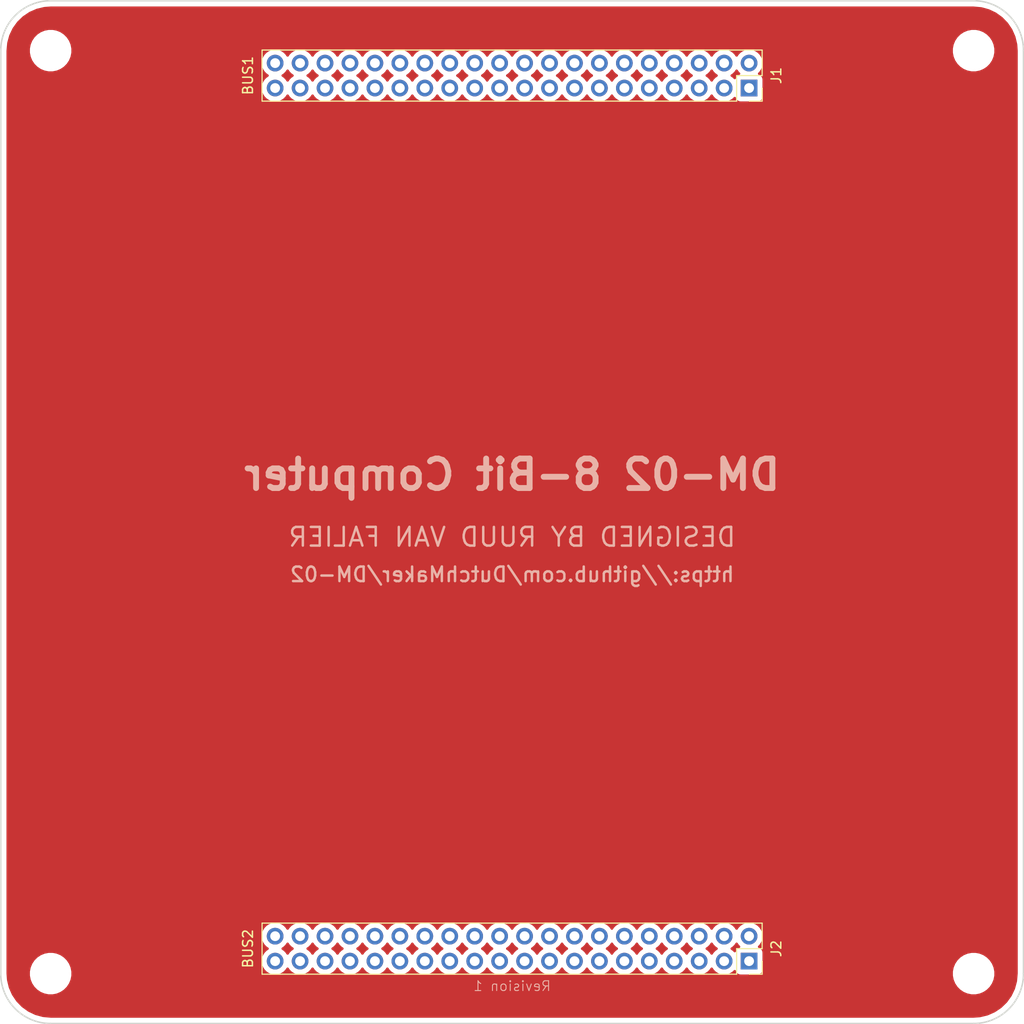
<source format=kicad_pcb>
(kicad_pcb (version 20171130) (host pcbnew "(5.1.5-0-10_14)")

  (general
    (thickness 1.6)
    (drawings 12)
    (tracks 0)
    (zones 0)
    (modules 6)
    (nets 81)
  )

  (page A4)
  (layers
    (0 F.Cu signal)
    (31 B.Cu signal)
    (32 B.Adhes user hide)
    (33 F.Adhes user hide)
    (34 B.Paste user)
    (35 F.Paste user)
    (36 B.SilkS user)
    (37 F.SilkS user)
    (38 B.Mask user)
    (39 F.Mask user)
    (40 Dwgs.User user hide)
    (41 Cmts.User user hide)
    (42 Eco1.User user hide)
    (43 Eco2.User user hide)
    (44 Edge.Cuts user)
    (45 Margin user hide)
    (46 B.CrtYd user hide)
    (47 F.CrtYd user hide)
    (48 B.Fab user hide)
    (49 F.Fab user hide)
  )

  (setup
    (last_trace_width 0.25)
    (trace_clearance 0.2)
    (zone_clearance 0.508)
    (zone_45_only no)
    (trace_min 0.2)
    (via_size 0.8)
    (via_drill 0.4)
    (via_min_size 0.4)
    (via_min_drill 0.3)
    (uvia_size 0.3)
    (uvia_drill 0.1)
    (uvias_allowed no)
    (uvia_min_size 0.2)
    (uvia_min_drill 0.1)
    (edge_width 0.15)
    (segment_width 0.2)
    (pcb_text_width 0.3)
    (pcb_text_size 1.5 1.5)
    (mod_edge_width 0.15)
    (mod_text_size 1 1)
    (mod_text_width 0.15)
    (pad_size 1.524 1.524)
    (pad_drill 0.762)
    (pad_to_mask_clearance 0.051)
    (solder_mask_min_width 0.25)
    (aux_axis_origin 0 0)
    (visible_elements FFFFFF7F)
    (pcbplotparams
      (layerselection 0x010fc_ffffffff)
      (usegerberextensions false)
      (usegerberattributes false)
      (usegerberadvancedattributes false)
      (creategerberjobfile false)
      (excludeedgelayer true)
      (linewidth 0.100000)
      (plotframeref false)
      (viasonmask false)
      (mode 1)
      (useauxorigin false)
      (hpglpennumber 1)
      (hpglpenspeed 20)
      (hpglpendiameter 15.000000)
      (psnegative false)
      (psa4output false)
      (plotreference true)
      (plotvalue true)
      (plotinvisibletext false)
      (padsonsilk false)
      (subtractmaskfromsilk false)
      (outputformat 1)
      (mirror false)
      (drillshape 0)
      (scaleselection 1)
      (outputdirectory "gerber/"))
  )

  (net 0 "")
  (net 1 "Net-(J1-Pad40)")
  (net 2 "Net-(J1-Pad39)")
  (net 3 "Net-(J1-Pad38)")
  (net 4 "Net-(J1-Pad37)")
  (net 5 "Net-(J1-Pad36)")
  (net 6 "Net-(J1-Pad35)")
  (net 7 "Net-(J1-Pad34)")
  (net 8 "Net-(J1-Pad33)")
  (net 9 "Net-(J1-Pad32)")
  (net 10 "Net-(J1-Pad31)")
  (net 11 "Net-(J1-Pad30)")
  (net 12 "Net-(J1-Pad29)")
  (net 13 "Net-(J1-Pad28)")
  (net 14 "Net-(J1-Pad27)")
  (net 15 "Net-(J1-Pad26)")
  (net 16 "Net-(J1-Pad25)")
  (net 17 "Net-(J1-Pad24)")
  (net 18 "Net-(J1-Pad23)")
  (net 19 "Net-(J1-Pad22)")
  (net 20 "Net-(J1-Pad21)")
  (net 21 "Net-(J1-Pad20)")
  (net 22 "Net-(J1-Pad19)")
  (net 23 "Net-(J1-Pad18)")
  (net 24 "Net-(J1-Pad17)")
  (net 25 "Net-(J1-Pad16)")
  (net 26 "Net-(J1-Pad15)")
  (net 27 "Net-(J1-Pad14)")
  (net 28 "Net-(J1-Pad13)")
  (net 29 "Net-(J1-Pad12)")
  (net 30 "Net-(J1-Pad11)")
  (net 31 "Net-(J1-Pad10)")
  (net 32 "Net-(J1-Pad9)")
  (net 33 "Net-(J1-Pad8)")
  (net 34 "Net-(J1-Pad7)")
  (net 35 "Net-(J1-Pad6)")
  (net 36 "Net-(J1-Pad5)")
  (net 37 "Net-(J1-Pad4)")
  (net 38 "Net-(J1-Pad3)")
  (net 39 "Net-(J1-Pad2)")
  (net 40 "Net-(J1-Pad1)")
  (net 41 "Net-(J2-Pad40)")
  (net 42 "Net-(J2-Pad39)")
  (net 43 "Net-(J2-Pad38)")
  (net 44 "Net-(J2-Pad37)")
  (net 45 "Net-(J2-Pad36)")
  (net 46 "Net-(J2-Pad35)")
  (net 47 "Net-(J2-Pad34)")
  (net 48 "Net-(J2-Pad33)")
  (net 49 "Net-(J2-Pad32)")
  (net 50 "Net-(J2-Pad31)")
  (net 51 "Net-(J2-Pad30)")
  (net 52 "Net-(J2-Pad29)")
  (net 53 "Net-(J2-Pad28)")
  (net 54 "Net-(J2-Pad27)")
  (net 55 "Net-(J2-Pad26)")
  (net 56 "Net-(J2-Pad25)")
  (net 57 "Net-(J2-Pad24)")
  (net 58 "Net-(J2-Pad23)")
  (net 59 "Net-(J2-Pad22)")
  (net 60 "Net-(J2-Pad21)")
  (net 61 "Net-(J2-Pad20)")
  (net 62 "Net-(J2-Pad19)")
  (net 63 "Net-(J2-Pad18)")
  (net 64 "Net-(J2-Pad17)")
  (net 65 "Net-(J2-Pad16)")
  (net 66 "Net-(J2-Pad15)")
  (net 67 "Net-(J2-Pad14)")
  (net 68 "Net-(J2-Pad13)")
  (net 69 "Net-(J2-Pad12)")
  (net 70 "Net-(J2-Pad11)")
  (net 71 "Net-(J2-Pad10)")
  (net 72 "Net-(J2-Pad9)")
  (net 73 "Net-(J2-Pad8)")
  (net 74 "Net-(J2-Pad7)")
  (net 75 "Net-(J2-Pad6)")
  (net 76 "Net-(J2-Pad5)")
  (net 77 "Net-(J2-Pad4)")
  (net 78 "Net-(J2-Pad3)")
  (net 79 "Net-(J2-Pad2)")
  (net 80 "Net-(J2-Pad1)")

  (net_class Default "This is the default net class."
    (clearance 0.2)
    (trace_width 0.25)
    (via_dia 0.8)
    (via_drill 0.4)
    (uvia_dia 0.3)
    (uvia_drill 0.1)
    (add_net "Net-(J1-Pad1)")
    (add_net "Net-(J1-Pad10)")
    (add_net "Net-(J1-Pad11)")
    (add_net "Net-(J1-Pad12)")
    (add_net "Net-(J1-Pad13)")
    (add_net "Net-(J1-Pad14)")
    (add_net "Net-(J1-Pad15)")
    (add_net "Net-(J1-Pad16)")
    (add_net "Net-(J1-Pad17)")
    (add_net "Net-(J1-Pad18)")
    (add_net "Net-(J1-Pad19)")
    (add_net "Net-(J1-Pad2)")
    (add_net "Net-(J1-Pad20)")
    (add_net "Net-(J1-Pad21)")
    (add_net "Net-(J1-Pad22)")
    (add_net "Net-(J1-Pad23)")
    (add_net "Net-(J1-Pad24)")
    (add_net "Net-(J1-Pad25)")
    (add_net "Net-(J1-Pad26)")
    (add_net "Net-(J1-Pad27)")
    (add_net "Net-(J1-Pad28)")
    (add_net "Net-(J1-Pad29)")
    (add_net "Net-(J1-Pad3)")
    (add_net "Net-(J1-Pad30)")
    (add_net "Net-(J1-Pad31)")
    (add_net "Net-(J1-Pad32)")
    (add_net "Net-(J1-Pad33)")
    (add_net "Net-(J1-Pad34)")
    (add_net "Net-(J1-Pad35)")
    (add_net "Net-(J1-Pad36)")
    (add_net "Net-(J1-Pad37)")
    (add_net "Net-(J1-Pad38)")
    (add_net "Net-(J1-Pad39)")
    (add_net "Net-(J1-Pad4)")
    (add_net "Net-(J1-Pad40)")
    (add_net "Net-(J1-Pad5)")
    (add_net "Net-(J1-Pad6)")
    (add_net "Net-(J1-Pad7)")
    (add_net "Net-(J1-Pad8)")
    (add_net "Net-(J1-Pad9)")
    (add_net "Net-(J2-Pad1)")
    (add_net "Net-(J2-Pad10)")
    (add_net "Net-(J2-Pad11)")
    (add_net "Net-(J2-Pad12)")
    (add_net "Net-(J2-Pad13)")
    (add_net "Net-(J2-Pad14)")
    (add_net "Net-(J2-Pad15)")
    (add_net "Net-(J2-Pad16)")
    (add_net "Net-(J2-Pad17)")
    (add_net "Net-(J2-Pad18)")
    (add_net "Net-(J2-Pad19)")
    (add_net "Net-(J2-Pad2)")
    (add_net "Net-(J2-Pad20)")
    (add_net "Net-(J2-Pad21)")
    (add_net "Net-(J2-Pad22)")
    (add_net "Net-(J2-Pad23)")
    (add_net "Net-(J2-Pad24)")
    (add_net "Net-(J2-Pad25)")
    (add_net "Net-(J2-Pad26)")
    (add_net "Net-(J2-Pad27)")
    (add_net "Net-(J2-Pad28)")
    (add_net "Net-(J2-Pad29)")
    (add_net "Net-(J2-Pad3)")
    (add_net "Net-(J2-Pad30)")
    (add_net "Net-(J2-Pad31)")
    (add_net "Net-(J2-Pad32)")
    (add_net "Net-(J2-Pad33)")
    (add_net "Net-(J2-Pad34)")
    (add_net "Net-(J2-Pad35)")
    (add_net "Net-(J2-Pad36)")
    (add_net "Net-(J2-Pad37)")
    (add_net "Net-(J2-Pad38)")
    (add_net "Net-(J2-Pad39)")
    (add_net "Net-(J2-Pad4)")
    (add_net "Net-(J2-Pad40)")
    (add_net "Net-(J2-Pad5)")
    (add_net "Net-(J2-Pad6)")
    (add_net "Net-(J2-Pad7)")
    (add_net "Net-(J2-Pad8)")
    (add_net "Net-(J2-Pad9)")
  )

  (module MountingHole:MountingHole_3.2mm_M3 (layer F.Cu) (tedit 56D1B4CB) (tstamp 5E973125)
    (at 125.73 125.73)
    (descr "Mounting Hole 3.2mm, no annular, M3")
    (tags "mounting hole 3.2mm no annular m3")
    (path /5E971700)
    (attr virtual)
    (fp_text reference H3 (at 0 -4.2) (layer F.SilkS) hide
      (effects (font (size 1 1) (thickness 0.15)))
    )
    (fp_text value MountingHole (at 0 4.2) (layer F.Fab)
      (effects (font (size 1 1) (thickness 0.15)))
    )
    (fp_circle (center 0 0) (end 3.45 0) (layer F.CrtYd) (width 0.05))
    (fp_circle (center 0 0) (end 3.2 0) (layer Cmts.User) (width 0.15))
    (fp_text user %R (at 0.3 0) (layer F.Fab)
      (effects (font (size 1 1) (thickness 0.15)))
    )
    (pad 1 np_thru_hole circle (at 0 0) (size 3.2 3.2) (drill 3.2) (layers *.Cu *.Mask))
  )

  (module Connector_PinSocket_2.54mm:PinSocket_2x20_P2.54mm_Vertical (layer F.Cu) (tedit 5A19A433) (tstamp 5E971BD4)
    (at 102.87 124.46 270)
    (descr "Through hole straight socket strip, 2x20, 2.54mm pitch, double cols (from Kicad 4.0.7), script generated")
    (tags "Through hole socket strip THT 2x20 2.54mm double row")
    (path /5E97DA1F)
    (fp_text reference J2 (at -1.27 -2.77 90) (layer F.SilkS)
      (effects (font (size 1 1) (thickness 0.15)))
    )
    (fp_text value BUS2 (at -1.27 51.03 90) (layer F.SilkS)
      (effects (font (size 1 1) (thickness 0.15)))
    )
    (fp_text user %R (at -1.27 24.13) (layer F.Fab)
      (effects (font (size 1 1) (thickness 0.15)))
    )
    (fp_line (start -4.34 50) (end -4.34 -1.8) (layer F.CrtYd) (width 0.05))
    (fp_line (start 1.76 50) (end -4.34 50) (layer F.CrtYd) (width 0.05))
    (fp_line (start 1.76 -1.8) (end 1.76 50) (layer F.CrtYd) (width 0.05))
    (fp_line (start -4.34 -1.8) (end 1.76 -1.8) (layer F.CrtYd) (width 0.05))
    (fp_line (start 0 -1.33) (end 1.33 -1.33) (layer F.SilkS) (width 0.12))
    (fp_line (start 1.33 -1.33) (end 1.33 0) (layer F.SilkS) (width 0.12))
    (fp_line (start -1.27 -1.33) (end -1.27 1.27) (layer F.SilkS) (width 0.12))
    (fp_line (start -1.27 1.27) (end 1.33 1.27) (layer F.SilkS) (width 0.12))
    (fp_line (start 1.33 1.27) (end 1.33 49.59) (layer F.SilkS) (width 0.12))
    (fp_line (start -3.87 49.59) (end 1.33 49.59) (layer F.SilkS) (width 0.12))
    (fp_line (start -3.87 -1.33) (end -3.87 49.59) (layer F.SilkS) (width 0.12))
    (fp_line (start -3.87 -1.33) (end -1.27 -1.33) (layer F.SilkS) (width 0.12))
    (fp_line (start -3.81 49.53) (end -3.81 -1.27) (layer F.Fab) (width 0.1))
    (fp_line (start 1.27 49.53) (end -3.81 49.53) (layer F.Fab) (width 0.1))
    (fp_line (start 1.27 -0.27) (end 1.27 49.53) (layer F.Fab) (width 0.1))
    (fp_line (start 0.27 -1.27) (end 1.27 -0.27) (layer F.Fab) (width 0.1))
    (fp_line (start -3.81 -1.27) (end 0.27 -1.27) (layer F.Fab) (width 0.1))
    (pad 40 thru_hole oval (at -2.54 48.26 270) (size 1.7 1.7) (drill 1) (layers *.Cu *.Mask)
      (net 41 "Net-(J2-Pad40)"))
    (pad 39 thru_hole oval (at 0 48.26 270) (size 1.7 1.7) (drill 1) (layers *.Cu *.Mask)
      (net 42 "Net-(J2-Pad39)"))
    (pad 38 thru_hole oval (at -2.54 45.72 270) (size 1.7 1.7) (drill 1) (layers *.Cu *.Mask)
      (net 43 "Net-(J2-Pad38)"))
    (pad 37 thru_hole oval (at 0 45.72 270) (size 1.7 1.7) (drill 1) (layers *.Cu *.Mask)
      (net 44 "Net-(J2-Pad37)"))
    (pad 36 thru_hole oval (at -2.54 43.18 270) (size 1.7 1.7) (drill 1) (layers *.Cu *.Mask)
      (net 45 "Net-(J2-Pad36)"))
    (pad 35 thru_hole oval (at 0 43.18 270) (size 1.7 1.7) (drill 1) (layers *.Cu *.Mask)
      (net 46 "Net-(J2-Pad35)"))
    (pad 34 thru_hole oval (at -2.54 40.64 270) (size 1.7 1.7) (drill 1) (layers *.Cu *.Mask)
      (net 47 "Net-(J2-Pad34)"))
    (pad 33 thru_hole oval (at 0 40.64 270) (size 1.7 1.7) (drill 1) (layers *.Cu *.Mask)
      (net 48 "Net-(J2-Pad33)"))
    (pad 32 thru_hole oval (at -2.54 38.1 270) (size 1.7 1.7) (drill 1) (layers *.Cu *.Mask)
      (net 49 "Net-(J2-Pad32)"))
    (pad 31 thru_hole oval (at 0 38.1 270) (size 1.7 1.7) (drill 1) (layers *.Cu *.Mask)
      (net 50 "Net-(J2-Pad31)"))
    (pad 30 thru_hole oval (at -2.54 35.56 270) (size 1.7 1.7) (drill 1) (layers *.Cu *.Mask)
      (net 51 "Net-(J2-Pad30)"))
    (pad 29 thru_hole oval (at 0 35.56 270) (size 1.7 1.7) (drill 1) (layers *.Cu *.Mask)
      (net 52 "Net-(J2-Pad29)"))
    (pad 28 thru_hole oval (at -2.54 33.02 270) (size 1.7 1.7) (drill 1) (layers *.Cu *.Mask)
      (net 53 "Net-(J2-Pad28)"))
    (pad 27 thru_hole oval (at 0 33.02 270) (size 1.7 1.7) (drill 1) (layers *.Cu *.Mask)
      (net 54 "Net-(J2-Pad27)"))
    (pad 26 thru_hole oval (at -2.54 30.48 270) (size 1.7 1.7) (drill 1) (layers *.Cu *.Mask)
      (net 55 "Net-(J2-Pad26)"))
    (pad 25 thru_hole oval (at 0 30.48 270) (size 1.7 1.7) (drill 1) (layers *.Cu *.Mask)
      (net 56 "Net-(J2-Pad25)"))
    (pad 24 thru_hole oval (at -2.54 27.94 270) (size 1.7 1.7) (drill 1) (layers *.Cu *.Mask)
      (net 57 "Net-(J2-Pad24)"))
    (pad 23 thru_hole oval (at 0 27.94 270) (size 1.7 1.7) (drill 1) (layers *.Cu *.Mask)
      (net 58 "Net-(J2-Pad23)"))
    (pad 22 thru_hole oval (at -2.54 25.4 270) (size 1.7 1.7) (drill 1) (layers *.Cu *.Mask)
      (net 59 "Net-(J2-Pad22)"))
    (pad 21 thru_hole oval (at 0 25.4 270) (size 1.7 1.7) (drill 1) (layers *.Cu *.Mask)
      (net 60 "Net-(J2-Pad21)"))
    (pad 20 thru_hole oval (at -2.54 22.86 270) (size 1.7 1.7) (drill 1) (layers *.Cu *.Mask)
      (net 61 "Net-(J2-Pad20)"))
    (pad 19 thru_hole oval (at 0 22.86 270) (size 1.7 1.7) (drill 1) (layers *.Cu *.Mask)
      (net 62 "Net-(J2-Pad19)"))
    (pad 18 thru_hole oval (at -2.54 20.32 270) (size 1.7 1.7) (drill 1) (layers *.Cu *.Mask)
      (net 63 "Net-(J2-Pad18)"))
    (pad 17 thru_hole oval (at 0 20.32 270) (size 1.7 1.7) (drill 1) (layers *.Cu *.Mask)
      (net 64 "Net-(J2-Pad17)"))
    (pad 16 thru_hole oval (at -2.54 17.78 270) (size 1.7 1.7) (drill 1) (layers *.Cu *.Mask)
      (net 65 "Net-(J2-Pad16)"))
    (pad 15 thru_hole oval (at 0 17.78 270) (size 1.7 1.7) (drill 1) (layers *.Cu *.Mask)
      (net 66 "Net-(J2-Pad15)"))
    (pad 14 thru_hole oval (at -2.54 15.24 270) (size 1.7 1.7) (drill 1) (layers *.Cu *.Mask)
      (net 67 "Net-(J2-Pad14)"))
    (pad 13 thru_hole oval (at 0 15.24 270) (size 1.7 1.7) (drill 1) (layers *.Cu *.Mask)
      (net 68 "Net-(J2-Pad13)"))
    (pad 12 thru_hole oval (at -2.54 12.7 270) (size 1.7 1.7) (drill 1) (layers *.Cu *.Mask)
      (net 69 "Net-(J2-Pad12)"))
    (pad 11 thru_hole oval (at 0 12.7 270) (size 1.7 1.7) (drill 1) (layers *.Cu *.Mask)
      (net 70 "Net-(J2-Pad11)"))
    (pad 10 thru_hole oval (at -2.54 10.16 270) (size 1.7 1.7) (drill 1) (layers *.Cu *.Mask)
      (net 71 "Net-(J2-Pad10)"))
    (pad 9 thru_hole oval (at 0 10.16 270) (size 1.7 1.7) (drill 1) (layers *.Cu *.Mask)
      (net 72 "Net-(J2-Pad9)"))
    (pad 8 thru_hole oval (at -2.54 7.62 270) (size 1.7 1.7) (drill 1) (layers *.Cu *.Mask)
      (net 73 "Net-(J2-Pad8)"))
    (pad 7 thru_hole oval (at 0 7.62 270) (size 1.7 1.7) (drill 1) (layers *.Cu *.Mask)
      (net 74 "Net-(J2-Pad7)"))
    (pad 6 thru_hole oval (at -2.54 5.08 270) (size 1.7 1.7) (drill 1) (layers *.Cu *.Mask)
      (net 75 "Net-(J2-Pad6)"))
    (pad 5 thru_hole oval (at 0 5.08 270) (size 1.7 1.7) (drill 1) (layers *.Cu *.Mask)
      (net 76 "Net-(J2-Pad5)"))
    (pad 4 thru_hole oval (at -2.54 2.54 270) (size 1.7 1.7) (drill 1) (layers *.Cu *.Mask)
      (net 77 "Net-(J2-Pad4)"))
    (pad 3 thru_hole oval (at 0 2.54 270) (size 1.7 1.7) (drill 1) (layers *.Cu *.Mask)
      (net 78 "Net-(J2-Pad3)"))
    (pad 2 thru_hole oval (at -2.54 0 270) (size 1.7 1.7) (drill 1) (layers *.Cu *.Mask)
      (net 79 "Net-(J2-Pad2)"))
    (pad 1 thru_hole rect (at 0 0 270) (size 1.7 1.7) (drill 1) (layers *.Cu *.Mask)
      (net 80 "Net-(J2-Pad1)"))
    (model ${KISYS3DMOD}/Connector_PinSocket_2.54mm.3dshapes/PinSocket_2x20_P2.54mm_Vertical.wrl
      (at (xyz 0 0 0))
      (scale (xyz 1 1 1))
      (rotate (xyz 0 0 0))
    )
  )

  (module Connector_PinSocket_2.54mm:PinSocket_2x20_P2.54mm_Vertical (layer F.Cu) (tedit 5A19A433) (tstamp 5E973A36)
    (at 102.87 35.56 270)
    (descr "Through hole straight socket strip, 2x20, 2.54mm pitch, double cols (from Kicad 4.0.7), script generated")
    (tags "Through hole socket strip THT 2x20 2.54mm double row")
    (path /5D77B919)
    (fp_text reference J1 (at -1.27 -2.77 90) (layer F.SilkS)
      (effects (font (size 1 1) (thickness 0.15)))
    )
    (fp_text value BUS1 (at -1.27 51.03 90) (layer F.SilkS)
      (effects (font (size 1 1) (thickness 0.15)))
    )
    (fp_text user %R (at -1.27 24.13) (layer F.Fab)
      (effects (font (size 1 1) (thickness 0.15)))
    )
    (fp_line (start -4.34 50) (end -4.34 -1.8) (layer F.CrtYd) (width 0.05))
    (fp_line (start 1.76 50) (end -4.34 50) (layer F.CrtYd) (width 0.05))
    (fp_line (start 1.76 -1.8) (end 1.76 50) (layer F.CrtYd) (width 0.05))
    (fp_line (start -4.34 -1.8) (end 1.76 -1.8) (layer F.CrtYd) (width 0.05))
    (fp_line (start 0 -1.33) (end 1.33 -1.33) (layer F.SilkS) (width 0.12))
    (fp_line (start 1.33 -1.33) (end 1.33 0) (layer F.SilkS) (width 0.12))
    (fp_line (start -1.27 -1.33) (end -1.27 1.27) (layer F.SilkS) (width 0.12))
    (fp_line (start -1.27 1.27) (end 1.33 1.27) (layer F.SilkS) (width 0.12))
    (fp_line (start 1.33 1.27) (end 1.33 49.59) (layer F.SilkS) (width 0.12))
    (fp_line (start -3.87 49.59) (end 1.33 49.59) (layer F.SilkS) (width 0.12))
    (fp_line (start -3.87 -1.33) (end -3.87 49.59) (layer F.SilkS) (width 0.12))
    (fp_line (start -3.87 -1.33) (end -1.27 -1.33) (layer F.SilkS) (width 0.12))
    (fp_line (start -3.81 49.53) (end -3.81 -1.27) (layer F.Fab) (width 0.1))
    (fp_line (start 1.27 49.53) (end -3.81 49.53) (layer F.Fab) (width 0.1))
    (fp_line (start 1.27 -0.27) (end 1.27 49.53) (layer F.Fab) (width 0.1))
    (fp_line (start 0.27 -1.27) (end 1.27 -0.27) (layer F.Fab) (width 0.1))
    (fp_line (start -3.81 -1.27) (end 0.27 -1.27) (layer F.Fab) (width 0.1))
    (pad 40 thru_hole oval (at -2.54 48.26 270) (size 1.7 1.7) (drill 1) (layers *.Cu *.Mask)
      (net 1 "Net-(J1-Pad40)"))
    (pad 39 thru_hole oval (at 0 48.26 270) (size 1.7 1.7) (drill 1) (layers *.Cu *.Mask)
      (net 2 "Net-(J1-Pad39)"))
    (pad 38 thru_hole oval (at -2.54 45.72 270) (size 1.7 1.7) (drill 1) (layers *.Cu *.Mask)
      (net 3 "Net-(J1-Pad38)"))
    (pad 37 thru_hole oval (at 0 45.72 270) (size 1.7 1.7) (drill 1) (layers *.Cu *.Mask)
      (net 4 "Net-(J1-Pad37)"))
    (pad 36 thru_hole oval (at -2.54 43.18 270) (size 1.7 1.7) (drill 1) (layers *.Cu *.Mask)
      (net 5 "Net-(J1-Pad36)"))
    (pad 35 thru_hole oval (at 0 43.18 270) (size 1.7 1.7) (drill 1) (layers *.Cu *.Mask)
      (net 6 "Net-(J1-Pad35)"))
    (pad 34 thru_hole oval (at -2.54 40.64 270) (size 1.7 1.7) (drill 1) (layers *.Cu *.Mask)
      (net 7 "Net-(J1-Pad34)"))
    (pad 33 thru_hole oval (at 0 40.64 270) (size 1.7 1.7) (drill 1) (layers *.Cu *.Mask)
      (net 8 "Net-(J1-Pad33)"))
    (pad 32 thru_hole oval (at -2.54 38.1 270) (size 1.7 1.7) (drill 1) (layers *.Cu *.Mask)
      (net 9 "Net-(J1-Pad32)"))
    (pad 31 thru_hole oval (at 0 38.1 270) (size 1.7 1.7) (drill 1) (layers *.Cu *.Mask)
      (net 10 "Net-(J1-Pad31)"))
    (pad 30 thru_hole oval (at -2.54 35.56 270) (size 1.7 1.7) (drill 1) (layers *.Cu *.Mask)
      (net 11 "Net-(J1-Pad30)"))
    (pad 29 thru_hole oval (at 0 35.56 270) (size 1.7 1.7) (drill 1) (layers *.Cu *.Mask)
      (net 12 "Net-(J1-Pad29)"))
    (pad 28 thru_hole oval (at -2.54 33.02 270) (size 1.7 1.7) (drill 1) (layers *.Cu *.Mask)
      (net 13 "Net-(J1-Pad28)"))
    (pad 27 thru_hole oval (at 0 33.02 270) (size 1.7 1.7) (drill 1) (layers *.Cu *.Mask)
      (net 14 "Net-(J1-Pad27)"))
    (pad 26 thru_hole oval (at -2.54 30.48 270) (size 1.7 1.7) (drill 1) (layers *.Cu *.Mask)
      (net 15 "Net-(J1-Pad26)"))
    (pad 25 thru_hole oval (at 0 30.48 270) (size 1.7 1.7) (drill 1) (layers *.Cu *.Mask)
      (net 16 "Net-(J1-Pad25)"))
    (pad 24 thru_hole oval (at -2.54 27.94 270) (size 1.7 1.7) (drill 1) (layers *.Cu *.Mask)
      (net 17 "Net-(J1-Pad24)"))
    (pad 23 thru_hole oval (at 0 27.94 270) (size 1.7 1.7) (drill 1) (layers *.Cu *.Mask)
      (net 18 "Net-(J1-Pad23)"))
    (pad 22 thru_hole oval (at -2.54 25.4 270) (size 1.7 1.7) (drill 1) (layers *.Cu *.Mask)
      (net 19 "Net-(J1-Pad22)"))
    (pad 21 thru_hole oval (at 0 25.4 270) (size 1.7 1.7) (drill 1) (layers *.Cu *.Mask)
      (net 20 "Net-(J1-Pad21)"))
    (pad 20 thru_hole oval (at -2.54 22.86 270) (size 1.7 1.7) (drill 1) (layers *.Cu *.Mask)
      (net 21 "Net-(J1-Pad20)"))
    (pad 19 thru_hole oval (at 0 22.86 270) (size 1.7 1.7) (drill 1) (layers *.Cu *.Mask)
      (net 22 "Net-(J1-Pad19)"))
    (pad 18 thru_hole oval (at -2.54 20.32 270) (size 1.7 1.7) (drill 1) (layers *.Cu *.Mask)
      (net 23 "Net-(J1-Pad18)"))
    (pad 17 thru_hole oval (at 0 20.32 270) (size 1.7 1.7) (drill 1) (layers *.Cu *.Mask)
      (net 24 "Net-(J1-Pad17)"))
    (pad 16 thru_hole oval (at -2.54 17.78 270) (size 1.7 1.7) (drill 1) (layers *.Cu *.Mask)
      (net 25 "Net-(J1-Pad16)"))
    (pad 15 thru_hole oval (at 0 17.78 270) (size 1.7 1.7) (drill 1) (layers *.Cu *.Mask)
      (net 26 "Net-(J1-Pad15)"))
    (pad 14 thru_hole oval (at -2.54 15.24 270) (size 1.7 1.7) (drill 1) (layers *.Cu *.Mask)
      (net 27 "Net-(J1-Pad14)"))
    (pad 13 thru_hole oval (at 0 15.24 270) (size 1.7 1.7) (drill 1) (layers *.Cu *.Mask)
      (net 28 "Net-(J1-Pad13)"))
    (pad 12 thru_hole oval (at -2.54 12.7 270) (size 1.7 1.7) (drill 1) (layers *.Cu *.Mask)
      (net 29 "Net-(J1-Pad12)"))
    (pad 11 thru_hole oval (at 0 12.7 270) (size 1.7 1.7) (drill 1) (layers *.Cu *.Mask)
      (net 30 "Net-(J1-Pad11)"))
    (pad 10 thru_hole oval (at -2.54 10.16 270) (size 1.7 1.7) (drill 1) (layers *.Cu *.Mask)
      (net 31 "Net-(J1-Pad10)"))
    (pad 9 thru_hole oval (at 0 10.16 270) (size 1.7 1.7) (drill 1) (layers *.Cu *.Mask)
      (net 32 "Net-(J1-Pad9)"))
    (pad 8 thru_hole oval (at -2.54 7.62 270) (size 1.7 1.7) (drill 1) (layers *.Cu *.Mask)
      (net 33 "Net-(J1-Pad8)"))
    (pad 7 thru_hole oval (at 0 7.62 270) (size 1.7 1.7) (drill 1) (layers *.Cu *.Mask)
      (net 34 "Net-(J1-Pad7)"))
    (pad 6 thru_hole oval (at -2.54 5.08 270) (size 1.7 1.7) (drill 1) (layers *.Cu *.Mask)
      (net 35 "Net-(J1-Pad6)"))
    (pad 5 thru_hole oval (at 0 5.08 270) (size 1.7 1.7) (drill 1) (layers *.Cu *.Mask)
      (net 36 "Net-(J1-Pad5)"))
    (pad 4 thru_hole oval (at -2.54 2.54 270) (size 1.7 1.7) (drill 1) (layers *.Cu *.Mask)
      (net 37 "Net-(J1-Pad4)"))
    (pad 3 thru_hole oval (at 0 2.54 270) (size 1.7 1.7) (drill 1) (layers *.Cu *.Mask)
      (net 38 "Net-(J1-Pad3)"))
    (pad 2 thru_hole oval (at -2.54 0 270) (size 1.7 1.7) (drill 1) (layers *.Cu *.Mask)
      (net 39 "Net-(J1-Pad2)"))
    (pad 1 thru_hole rect (at 0 0 270) (size 1.7 1.7) (drill 1) (layers *.Cu *.Mask)
      (net 40 "Net-(J1-Pad1)"))
    (model ${KISYS3DMOD}/Connector_PinSocket_2.54mm.3dshapes/PinSocket_2x20_P2.54mm_Vertical.wrl
      (at (xyz 0 0 0))
      (scale (xyz 1 1 1))
      (rotate (xyz 0 0 0))
    )
  )

  (module MountingHole:MountingHole_3.2mm_M3 (layer F.Cu) (tedit 5D77B335) (tstamp 5D8FADFB)
    (at 125.73 31.75)
    (descr "Mounting Hole 3.2mm, no annular, M3")
    (tags "mounting hole 3.2mm no annular m3")
    (path /5D77B482)
    (attr virtual)
    (fp_text reference H4 (at 0 -4.2) (layer F.SilkS) hide
      (effects (font (size 1 1) (thickness 0.15)))
    )
    (fp_text value MountingHole (at 0 4.2) (layer F.Fab) hide
      (effects (font (size 1 1) (thickness 0.15)))
    )
    (fp_circle (center 0 0) (end 3.45 0) (layer F.CrtYd) (width 0.05))
    (fp_circle (center 0 0) (end 3.2 0) (layer Cmts.User) (width 0.15))
    (fp_text user %R (at 0.3 0) (layer F.Fab)
      (effects (font (size 1 1) (thickness 0.15)))
    )
    (pad 1 np_thru_hole circle (at 0 0) (size 3.2 3.2) (drill 3.2) (layers *.Cu *.Mask))
  )

  (module MountingHole:MountingHole_3.2mm_M3 (layer F.Cu) (tedit 5D77B32B) (tstamp 5D8FADEB)
    (at 31.75 125.73)
    (descr "Mounting Hole 3.2mm, no annular, M3")
    (tags "mounting hole 3.2mm no annular m3")
    (path /5E971701)
    (attr virtual)
    (fp_text reference H2 (at 0 -4.2) (layer F.SilkS) hide
      (effects (font (size 1 1) (thickness 0.15)))
    )
    (fp_text value MountingHole (at 0 4.2) (layer F.Fab) hide
      (effects (font (size 1 1) (thickness 0.15)))
    )
    (fp_circle (center 0 0) (end 3.45 0) (layer F.CrtYd) (width 0.05))
    (fp_circle (center 0 0) (end 3.2 0) (layer Cmts.User) (width 0.15))
    (fp_text user %R (at 0.3 0) (layer F.Fab)
      (effects (font (size 1 1) (thickness 0.15)))
    )
    (pad 1 np_thru_hole circle (at 0 0) (size 3.2 3.2) (drill 3.2) (layers *.Cu *.Mask))
  )

  (module MountingHole:MountingHole_3.2mm_M3 (layer F.Cu) (tedit 5D77B31F) (tstamp 5D8FADE3)
    (at 31.75 31.75)
    (descr "Mounting Hole 3.2mm, no annular, M3")
    (tags "mounting hole 3.2mm no annular m3")
    (path /5E9716FF)
    (attr virtual)
    (fp_text reference H1 (at 0 -4.2) (layer F.SilkS) hide
      (effects (font (size 1 1) (thickness 0.15)))
    )
    (fp_text value MountingHole (at 0 4.2) (layer F.Fab) hide
      (effects (font (size 1 1) (thickness 0.15)))
    )
    (fp_text user %R (at 0.3 0) (layer F.Fab)
      (effects (font (size 1 1) (thickness 0.15)))
    )
    (fp_circle (center 0 0) (end 3.2 0) (layer Cmts.User) (width 0.15))
    (fp_circle (center 0 0) (end 3.45 0) (layer F.CrtYd) (width 0.05))
    (pad 1 np_thru_hole circle (at 0 0) (size 3.2 3.2) (drill 3.2) (layers *.Cu *.Mask))
  )

  (gr_arc (start 125.73 31.75) (end 130.81 31.75) (angle -90) (layer Edge.Cuts) (width 0.15) (tstamp 5E97149F))
  (gr_arc (start 31.75 31.75) (end 31.75 26.67) (angle -90) (layer Edge.Cuts) (width 0.15) (tstamp 5E9714A0))
  (gr_arc (start 31.75 125.73) (end 26.67 125.73) (angle -90) (layer Edge.Cuts) (width 0.15) (tstamp 5E9714A1))
  (gr_arc (start 125.73 125.73) (end 125.73 130.81) (angle -90) (layer Edge.Cuts) (width 0.15) (tstamp 5E9714A2))
  (gr_line (start 125.73 130.81) (end 31.75 130.81) (layer Edge.Cuts) (width 0.15) (tstamp 5E9714A3))
  (gr_line (start 31.75 26.67) (end 125.73 26.67) (layer Edge.Cuts) (width 0.15) (tstamp 5E9714A4))
  (gr_line (start 130.81 31.75) (end 130.81 125.73) (layer Edge.Cuts) (width 0.15) (tstamp 5E9714A5))
  (gr_line (start 26.67 125.73) (end 26.67 31.75) (layer Edge.Cuts) (width 0.15) (tstamp 5E9714A6))
  (gr_text https://github.com/DutchMaker/DM-02 (at 78.74 85.09) (layer B.SilkS) (tstamp 5D77ECB2)
    (effects (font (size 1.48 1.48) (thickness 0.25)) (justify mirror))
  )
  (gr_text "DESIGNED BY RUUD VAN FALIER" (at 78.74 81.28) (layer B.SilkS) (tstamp 5D77ECAA)
    (effects (font (size 1.9 1.9) (thickness 0.25)) (justify mirror))
  )
  (gr_text "DM-02 8-Bit Computer" (at 78.74 74.93) (layer B.SilkS)
    (effects (font (size 3 3) (thickness 0.6)) (justify mirror))
  )
  (gr_text "Revision 1" (at 78.74 127) (layer B.SilkS) (tstamp 5D77ED11)
    (effects (font (size 1 1) (thickness 0.1)) (justify mirror))
  )

  (zone (net 0) (net_name "") (layer F.Cu) (tstamp 5E97443B) (hatch edge 0.508)
    (connect_pads (clearance 0.508))
    (min_thickness 0.254)
    (fill yes (arc_segments 32) (thermal_gap 0.508) (thermal_bridge_width 0.508))
    (polygon
      (pts
        (xy 130.81 130.81) (xy 26.67 130.81) (xy 26.67 26.67) (xy 130.81 26.67)
      )
    )
    (filled_polygon
      (pts
        (xy 126.503358 27.451842) (xy 127.252277 27.656723) (xy 127.953072 27.990986) (xy 128.583605 28.444069) (xy 129.123934 29.001645)
        (xy 129.556989 29.646099) (xy 129.869073 30.357044) (xy 130.05164 31.117493) (xy 130.1 31.776031) (xy 130.100001 125.698371)
        (xy 130.028158 126.503359) (xy 129.823277 127.252277) (xy 129.489013 127.953075) (xy 129.035931 128.583605) (xy 128.478354 129.123935)
        (xy 127.833901 129.556989) (xy 127.122956 129.869073) (xy 126.362506 130.05164) (xy 125.703968 130.1) (xy 31.781618 130.1)
        (xy 30.976641 130.028158) (xy 30.227723 129.823277) (xy 29.526925 129.489013) (xy 28.896395 129.035931) (xy 28.356065 128.478354)
        (xy 27.923011 127.833901) (xy 27.610927 127.122956) (xy 27.42836 126.362506) (xy 27.38 125.703968) (xy 27.38 125.509872)
        (xy 29.515 125.509872) (xy 29.515 125.950128) (xy 29.60089 126.381925) (xy 29.769369 126.788669) (xy 30.013962 127.154729)
        (xy 30.325271 127.466038) (xy 30.691331 127.710631) (xy 31.098075 127.87911) (xy 31.529872 127.965) (xy 31.970128 127.965)
        (xy 32.401925 127.87911) (xy 32.808669 127.710631) (xy 33.174729 127.466038) (xy 33.486038 127.154729) (xy 33.730631 126.788669)
        (xy 33.89911 126.381925) (xy 33.985 125.950128) (xy 33.985 125.509872) (xy 33.89911 125.078075) (xy 33.730631 124.671331)
        (xy 33.486038 124.305271) (xy 33.174729 123.993962) (xy 32.808669 123.749369) (xy 32.401925 123.58089) (xy 31.970128 123.495)
        (xy 31.529872 123.495) (xy 31.098075 123.58089) (xy 30.691331 123.749369) (xy 30.325271 123.993962) (xy 30.013962 124.305271)
        (xy 29.769369 124.671331) (xy 29.60089 125.078075) (xy 29.515 125.509872) (xy 27.38 125.509872) (xy 27.38 121.77374)
        (xy 53.125 121.77374) (xy 53.125 122.06626) (xy 53.182068 122.353158) (xy 53.29401 122.623411) (xy 53.456525 122.866632)
        (xy 53.663368 123.073475) (xy 53.83776 123.19) (xy 53.663368 123.306525) (xy 53.456525 123.513368) (xy 53.29401 123.756589)
        (xy 53.182068 124.026842) (xy 53.125 124.31374) (xy 53.125 124.60626) (xy 53.182068 124.893158) (xy 53.29401 125.163411)
        (xy 53.456525 125.406632) (xy 53.663368 125.613475) (xy 53.906589 125.77599) (xy 54.176842 125.887932) (xy 54.46374 125.945)
        (xy 54.75626 125.945) (xy 55.043158 125.887932) (xy 55.313411 125.77599) (xy 55.556632 125.613475) (xy 55.763475 125.406632)
        (xy 55.88 125.23224) (xy 55.996525 125.406632) (xy 56.203368 125.613475) (xy 56.446589 125.77599) (xy 56.716842 125.887932)
        (xy 57.00374 125.945) (xy 57.29626 125.945) (xy 57.583158 125.887932) (xy 57.853411 125.77599) (xy 58.096632 125.613475)
        (xy 58.303475 125.406632) (xy 58.42 125.23224) (xy 58.536525 125.406632) (xy 58.743368 125.613475) (xy 58.986589 125.77599)
        (xy 59.256842 125.887932) (xy 59.54374 125.945) (xy 59.83626 125.945) (xy 60.123158 125.887932) (xy 60.393411 125.77599)
        (xy 60.636632 125.613475) (xy 60.843475 125.406632) (xy 60.96 125.23224) (xy 61.076525 125.406632) (xy 61.283368 125.613475)
        (xy 61.526589 125.77599) (xy 61.796842 125.887932) (xy 62.08374 125.945) (xy 62.37626 125.945) (xy 62.663158 125.887932)
        (xy 62.933411 125.77599) (xy 63.176632 125.613475) (xy 63.383475 125.406632) (xy 63.5 125.23224) (xy 63.616525 125.406632)
        (xy 63.823368 125.613475) (xy 64.066589 125.77599) (xy 64.336842 125.887932) (xy 64.62374 125.945) (xy 64.91626 125.945)
        (xy 65.203158 125.887932) (xy 65.473411 125.77599) (xy 65.716632 125.613475) (xy 65.923475 125.406632) (xy 66.04 125.23224)
        (xy 66.156525 125.406632) (xy 66.363368 125.613475) (xy 66.606589 125.77599) (xy 66.876842 125.887932) (xy 67.16374 125.945)
        (xy 67.45626 125.945) (xy 67.743158 125.887932) (xy 68.013411 125.77599) (xy 68.256632 125.613475) (xy 68.463475 125.406632)
        (xy 68.58 125.23224) (xy 68.696525 125.406632) (xy 68.903368 125.613475) (xy 69.146589 125.77599) (xy 69.416842 125.887932)
        (xy 69.70374 125.945) (xy 69.99626 125.945) (xy 70.283158 125.887932) (xy 70.553411 125.77599) (xy 70.796632 125.613475)
        (xy 71.003475 125.406632) (xy 71.12 125.23224) (xy 71.236525 125.406632) (xy 71.443368 125.613475) (xy 71.686589 125.77599)
        (xy 71.956842 125.887932) (xy 72.24374 125.945) (xy 72.53626 125.945) (xy 72.823158 125.887932) (xy 73.093411 125.77599)
        (xy 73.336632 125.613475) (xy 73.543475 125.406632) (xy 73.66 125.23224) (xy 73.776525 125.406632) (xy 73.983368 125.613475)
        (xy 74.226589 125.77599) (xy 74.496842 125.887932) (xy 74.78374 125.945) (xy 75.07626 125.945) (xy 75.363158 125.887932)
        (xy 75.633411 125.77599) (xy 75.876632 125.613475) (xy 76.083475 125.406632) (xy 76.2 125.23224) (xy 76.316525 125.406632)
        (xy 76.523368 125.613475) (xy 76.766589 125.77599) (xy 77.036842 125.887932) (xy 77.32374 125.945) (xy 77.61626 125.945)
        (xy 77.903158 125.887932) (xy 78.173411 125.77599) (xy 78.416632 125.613475) (xy 78.623475 125.406632) (xy 78.74 125.23224)
        (xy 78.856525 125.406632) (xy 79.063368 125.613475) (xy 79.306589 125.77599) (xy 79.576842 125.887932) (xy 79.86374 125.945)
        (xy 80.15626 125.945) (xy 80.443158 125.887932) (xy 80.713411 125.77599) (xy 80.956632 125.613475) (xy 81.163475 125.406632)
        (xy 81.28 125.23224) (xy 81.396525 125.406632) (xy 81.603368 125.613475) (xy 81.846589 125.77599) (xy 82.116842 125.887932)
        (xy 82.40374 125.945) (xy 82.69626 125.945) (xy 82.983158 125.887932) (xy 83.253411 125.77599) (xy 83.496632 125.613475)
        (xy 83.703475 125.406632) (xy 83.82 125.23224) (xy 83.936525 125.406632) (xy 84.143368 125.613475) (xy 84.386589 125.77599)
        (xy 84.656842 125.887932) (xy 84.94374 125.945) (xy 85.23626 125.945) (xy 85.523158 125.887932) (xy 85.793411 125.77599)
        (xy 86.036632 125.613475) (xy 86.243475 125.406632) (xy 86.36 125.23224) (xy 86.476525 125.406632) (xy 86.683368 125.613475)
        (xy 86.926589 125.77599) (xy 87.196842 125.887932) (xy 87.48374 125.945) (xy 87.77626 125.945) (xy 88.063158 125.887932)
        (xy 88.333411 125.77599) (xy 88.576632 125.613475) (xy 88.783475 125.406632) (xy 88.9 125.23224) (xy 89.016525 125.406632)
        (xy 89.223368 125.613475) (xy 89.466589 125.77599) (xy 89.736842 125.887932) (xy 90.02374 125.945) (xy 90.31626 125.945)
        (xy 90.603158 125.887932) (xy 90.873411 125.77599) (xy 91.116632 125.613475) (xy 91.323475 125.406632) (xy 91.44 125.23224)
        (xy 91.556525 125.406632) (xy 91.763368 125.613475) (xy 92.006589 125.77599) (xy 92.276842 125.887932) (xy 92.56374 125.945)
        (xy 92.85626 125.945) (xy 93.143158 125.887932) (xy 93.413411 125.77599) (xy 93.656632 125.613475) (xy 93.863475 125.406632)
        (xy 93.98 125.23224) (xy 94.096525 125.406632) (xy 94.303368 125.613475) (xy 94.546589 125.77599) (xy 94.816842 125.887932)
        (xy 95.10374 125.945) (xy 95.39626 125.945) (xy 95.683158 125.887932) (xy 95.953411 125.77599) (xy 96.196632 125.613475)
        (xy 96.403475 125.406632) (xy 96.52 125.23224) (xy 96.636525 125.406632) (xy 96.843368 125.613475) (xy 97.086589 125.77599)
        (xy 97.356842 125.887932) (xy 97.64374 125.945) (xy 97.93626 125.945) (xy 98.223158 125.887932) (xy 98.493411 125.77599)
        (xy 98.736632 125.613475) (xy 98.943475 125.406632) (xy 99.06 125.23224) (xy 99.176525 125.406632) (xy 99.383368 125.613475)
        (xy 99.626589 125.77599) (xy 99.896842 125.887932) (xy 100.18374 125.945) (xy 100.47626 125.945) (xy 100.763158 125.887932)
        (xy 101.033411 125.77599) (xy 101.276632 125.613475) (xy 101.408487 125.48162) (xy 101.430498 125.55418) (xy 101.489463 125.664494)
        (xy 101.568815 125.761185) (xy 101.665506 125.840537) (xy 101.77582 125.899502) (xy 101.895518 125.935812) (xy 102.02 125.948072)
        (xy 103.72 125.948072) (xy 103.844482 125.935812) (xy 103.96418 125.899502) (xy 104.074494 125.840537) (xy 104.171185 125.761185)
        (xy 104.250537 125.664494) (xy 104.309502 125.55418) (xy 104.322942 125.509872) (xy 123.495 125.509872) (xy 123.495 125.950128)
        (xy 123.58089 126.381925) (xy 123.749369 126.788669) (xy 123.993962 127.154729) (xy 124.305271 127.466038) (xy 124.671331 127.710631)
        (xy 125.078075 127.87911) (xy 125.509872 127.965) (xy 125.950128 127.965) (xy 126.381925 127.87911) (xy 126.788669 127.710631)
        (xy 127.154729 127.466038) (xy 127.466038 127.154729) (xy 127.710631 126.788669) (xy 127.87911 126.381925) (xy 127.965 125.950128)
        (xy 127.965 125.509872) (xy 127.87911 125.078075) (xy 127.710631 124.671331) (xy 127.466038 124.305271) (xy 127.154729 123.993962)
        (xy 126.788669 123.749369) (xy 126.381925 123.58089) (xy 125.950128 123.495) (xy 125.509872 123.495) (xy 125.078075 123.58089)
        (xy 124.671331 123.749369) (xy 124.305271 123.993962) (xy 123.993962 124.305271) (xy 123.749369 124.671331) (xy 123.58089 125.078075)
        (xy 123.495 125.509872) (xy 104.322942 125.509872) (xy 104.345812 125.434482) (xy 104.358072 125.31) (xy 104.358072 123.61)
        (xy 104.345812 123.485518) (xy 104.309502 123.36582) (xy 104.250537 123.255506) (xy 104.171185 123.158815) (xy 104.074494 123.079463)
        (xy 103.96418 123.020498) (xy 103.89162 122.998487) (xy 104.023475 122.866632) (xy 104.18599 122.623411) (xy 104.297932 122.353158)
        (xy 104.355 122.06626) (xy 104.355 121.77374) (xy 104.297932 121.486842) (xy 104.18599 121.216589) (xy 104.023475 120.973368)
        (xy 103.816632 120.766525) (xy 103.573411 120.60401) (xy 103.303158 120.492068) (xy 103.01626 120.435) (xy 102.72374 120.435)
        (xy 102.436842 120.492068) (xy 102.166589 120.60401) (xy 101.923368 120.766525) (xy 101.716525 120.973368) (xy 101.6 121.14776)
        (xy 101.483475 120.973368) (xy 101.276632 120.766525) (xy 101.033411 120.60401) (xy 100.763158 120.492068) (xy 100.47626 120.435)
        (xy 100.18374 120.435) (xy 99.896842 120.492068) (xy 99.626589 120.60401) (xy 99.383368 120.766525) (xy 99.176525 120.973368)
        (xy 99.06 121.14776) (xy 98.943475 120.973368) (xy 98.736632 120.766525) (xy 98.493411 120.60401) (xy 98.223158 120.492068)
        (xy 97.93626 120.435) (xy 97.64374 120.435) (xy 97.356842 120.492068) (xy 97.086589 120.60401) (xy 96.843368 120.766525)
        (xy 96.636525 120.973368) (xy 96.52 121.14776) (xy 96.403475 120.973368) (xy 96.196632 120.766525) (xy 95.953411 120.60401)
        (xy 95.683158 120.492068) (xy 95.39626 120.435) (xy 95.10374 120.435) (xy 94.816842 120.492068) (xy 94.546589 120.60401)
        (xy 94.303368 120.766525) (xy 94.096525 120.973368) (xy 93.98 121.14776) (xy 93.863475 120.973368) (xy 93.656632 120.766525)
        (xy 93.413411 120.60401) (xy 93.143158 120.492068) (xy 92.85626 120.435) (xy 92.56374 120.435) (xy 92.276842 120.492068)
        (xy 92.006589 120.60401) (xy 91.763368 120.766525) (xy 91.556525 120.973368) (xy 91.44 121.14776) (xy 91.323475 120.973368)
        (xy 91.116632 120.766525) (xy 90.873411 120.60401) (xy 90.603158 120.492068) (xy 90.31626 120.435) (xy 90.02374 120.435)
        (xy 89.736842 120.492068) (xy 89.466589 120.60401) (xy 89.223368 120.766525) (xy 89.016525 120.973368) (xy 88.9 121.14776)
        (xy 88.783475 120.973368) (xy 88.576632 120.766525) (xy 88.333411 120.60401) (xy 88.063158 120.492068) (xy 87.77626 120.435)
        (xy 87.48374 120.435) (xy 87.196842 120.492068) (xy 86.926589 120.60401) (xy 86.683368 120.766525) (xy 86.476525 120.973368)
        (xy 86.36 121.14776) (xy 86.243475 120.973368) (xy 86.036632 120.766525) (xy 85.793411 120.60401) (xy 85.523158 120.492068)
        (xy 85.23626 120.435) (xy 84.94374 120.435) (xy 84.656842 120.492068) (xy 84.386589 120.60401) (xy 84.143368 120.766525)
        (xy 83.936525 120.973368) (xy 83.82 121.14776) (xy 83.703475 120.973368) (xy 83.496632 120.766525) (xy 83.253411 120.60401)
        (xy 82.983158 120.492068) (xy 82.69626 120.435) (xy 82.40374 120.435) (xy 82.116842 120.492068) (xy 81.846589 120.60401)
        (xy 81.603368 120.766525) (xy 81.396525 120.973368) (xy 81.28 121.14776) (xy 81.163475 120.973368) (xy 80.956632 120.766525)
        (xy 80.713411 120.60401) (xy 80.443158 120.492068) (xy 80.15626 120.435) (xy 79.86374 120.435) (xy 79.576842 120.492068)
        (xy 79.306589 120.60401) (xy 79.063368 120.766525) (xy 78.856525 120.973368) (xy 78.74 121.14776) (xy 78.623475 120.973368)
        (xy 78.416632 120.766525) (xy 78.173411 120.60401) (xy 77.903158 120.492068) (xy 77.61626 120.435) (xy 77.32374 120.435)
        (xy 77.036842 120.492068) (xy 76.766589 120.60401) (xy 76.523368 120.766525) (xy 76.316525 120.973368) (xy 76.2 121.14776)
        (xy 76.083475 120.973368) (xy 75.876632 120.766525) (xy 75.633411 120.60401) (xy 75.363158 120.492068) (xy 75.07626 120.435)
        (xy 74.78374 120.435) (xy 74.496842 120.492068) (xy 74.226589 120.60401) (xy 73.983368 120.766525) (xy 73.776525 120.973368)
        (xy 73.66 121.14776) (xy 73.543475 120.973368) (xy 73.336632 120.766525) (xy 73.093411 120.60401) (xy 72.823158 120.492068)
        (xy 72.53626 120.435) (xy 72.24374 120.435) (xy 71.956842 120.492068) (xy 71.686589 120.60401) (xy 71.443368 120.766525)
        (xy 71.236525 120.973368) (xy 71.12 121.14776) (xy 71.003475 120.973368) (xy 70.796632 120.766525) (xy 70.553411 120.60401)
        (xy 70.283158 120.492068) (xy 69.99626 120.435) (xy 69.70374 120.435) (xy 69.416842 120.492068) (xy 69.146589 120.60401)
        (xy 68.903368 120.766525) (xy 68.696525 120.973368) (xy 68.58 121.14776) (xy 68.463475 120.973368) (xy 68.256632 120.766525)
        (xy 68.013411 120.60401) (xy 67.743158 120.492068) (xy 67.45626 120.435) (xy 67.16374 120.435) (xy 66.876842 120.492068)
        (xy 66.606589 120.60401) (xy 66.363368 120.766525) (xy 66.156525 120.973368) (xy 66.04 121.14776) (xy 65.923475 120.973368)
        (xy 65.716632 120.766525) (xy 65.473411 120.60401) (xy 65.203158 120.492068) (xy 64.91626 120.435) (xy 64.62374 120.435)
        (xy 64.336842 120.492068) (xy 64.066589 120.60401) (xy 63.823368 120.766525) (xy 63.616525 120.973368) (xy 63.5 121.14776)
        (xy 63.383475 120.973368) (xy 63.176632 120.766525) (xy 62.933411 120.60401) (xy 62.663158 120.492068) (xy 62.37626 120.435)
        (xy 62.08374 120.435) (xy 61.796842 120.492068) (xy 61.526589 120.60401) (xy 61.283368 120.766525) (xy 61.076525 120.973368)
        (xy 60.96 121.14776) (xy 60.843475 120.973368) (xy 60.636632 120.766525) (xy 60.393411 120.60401) (xy 60.123158 120.492068)
        (xy 59.83626 120.435) (xy 59.54374 120.435) (xy 59.256842 120.492068) (xy 58.986589 120.60401) (xy 58.743368 120.766525)
        (xy 58.536525 120.973368) (xy 58.42 121.14776) (xy 58.303475 120.973368) (xy 58.096632 120.766525) (xy 57.853411 120.60401)
        (xy 57.583158 120.492068) (xy 57.29626 120.435) (xy 57.00374 120.435) (xy 56.716842 120.492068) (xy 56.446589 120.60401)
        (xy 56.203368 120.766525) (xy 55.996525 120.973368) (xy 55.88 121.14776) (xy 55.763475 120.973368) (xy 55.556632 120.766525)
        (xy 55.313411 120.60401) (xy 55.043158 120.492068) (xy 54.75626 120.435) (xy 54.46374 120.435) (xy 54.176842 120.492068)
        (xy 53.906589 120.60401) (xy 53.663368 120.766525) (xy 53.456525 120.973368) (xy 53.29401 121.216589) (xy 53.182068 121.486842)
        (xy 53.125 121.77374) (xy 27.38 121.77374) (xy 27.38 31.781618) (xy 27.402467 31.529872) (xy 29.515 31.529872)
        (xy 29.515 31.970128) (xy 29.60089 32.401925) (xy 29.769369 32.808669) (xy 30.013962 33.174729) (xy 30.325271 33.486038)
        (xy 30.691331 33.730631) (xy 31.098075 33.89911) (xy 31.529872 33.985) (xy 31.970128 33.985) (xy 32.401925 33.89911)
        (xy 32.808669 33.730631) (xy 33.174729 33.486038) (xy 33.486038 33.174729) (xy 33.687152 32.87374) (xy 53.125 32.87374)
        (xy 53.125 33.16626) (xy 53.182068 33.453158) (xy 53.29401 33.723411) (xy 53.456525 33.966632) (xy 53.663368 34.173475)
        (xy 53.83776 34.29) (xy 53.663368 34.406525) (xy 53.456525 34.613368) (xy 53.29401 34.856589) (xy 53.182068 35.126842)
        (xy 53.125 35.41374) (xy 53.125 35.70626) (xy 53.182068 35.993158) (xy 53.29401 36.263411) (xy 53.456525 36.506632)
        (xy 53.663368 36.713475) (xy 53.906589 36.87599) (xy 54.176842 36.987932) (xy 54.46374 37.045) (xy 54.75626 37.045)
        (xy 55.043158 36.987932) (xy 55.313411 36.87599) (xy 55.556632 36.713475) (xy 55.763475 36.506632) (xy 55.88 36.33224)
        (xy 55.996525 36.506632) (xy 56.203368 36.713475) (xy 56.446589 36.87599) (xy 56.716842 36.987932) (xy 57.00374 37.045)
        (xy 57.29626 37.045) (xy 57.583158 36.987932) (xy 57.853411 36.87599) (xy 58.096632 36.713475) (xy 58.303475 36.506632)
        (xy 58.42 36.33224) (xy 58.536525 36.506632) (xy 58.743368 36.713475) (xy 58.986589 36.87599) (xy 59.256842 36.987932)
        (xy 59.54374 37.045) (xy 59.83626 37.045) (xy 60.123158 36.987932) (xy 60.393411 36.87599) (xy 60.636632 36.713475)
        (xy 60.843475 36.506632) (xy 60.96 36.33224) (xy 61.076525 36.506632) (xy 61.283368 36.713475) (xy 61.526589 36.87599)
        (xy 61.796842 36.987932) (xy 62.08374 37.045) (xy 62.37626 37.045) (xy 62.663158 36.987932) (xy 62.933411 36.87599)
        (xy 63.176632 36.713475) (xy 63.383475 36.506632) (xy 63.5 36.33224) (xy 63.616525 36.506632) (xy 63.823368 36.713475)
        (xy 64.066589 36.87599) (xy 64.336842 36.987932) (xy 64.62374 37.045) (xy 64.91626 37.045) (xy 65.203158 36.987932)
        (xy 65.473411 36.87599) (xy 65.716632 36.713475) (xy 65.923475 36.506632) (xy 66.04 36.33224) (xy 66.156525 36.506632)
        (xy 66.363368 36.713475) (xy 66.606589 36.87599) (xy 66.876842 36.987932) (xy 67.16374 37.045) (xy 67.45626 37.045)
        (xy 67.743158 36.987932) (xy 68.013411 36.87599) (xy 68.256632 36.713475) (xy 68.463475 36.506632) (xy 68.58 36.33224)
        (xy 68.696525 36.506632) (xy 68.903368 36.713475) (xy 69.146589 36.87599) (xy 69.416842 36.987932) (xy 69.70374 37.045)
        (xy 69.99626 37.045) (xy 70.283158 36.987932) (xy 70.553411 36.87599) (xy 70.796632 36.713475) (xy 71.003475 36.506632)
        (xy 71.12 36.33224) (xy 71.236525 36.506632) (xy 71.443368 36.713475) (xy 71.686589 36.87599) (xy 71.956842 36.987932)
        (xy 72.24374 37.045) (xy 72.53626 37.045) (xy 72.823158 36.987932) (xy 73.093411 36.87599) (xy 73.336632 36.713475)
        (xy 73.543475 36.506632) (xy 73.66 36.33224) (xy 73.776525 36.506632) (xy 73.983368 36.713475) (xy 74.226589 36.87599)
        (xy 74.496842 36.987932) (xy 74.78374 37.045) (xy 75.07626 37.045) (xy 75.363158 36.987932) (xy 75.633411 36.87599)
        (xy 75.876632 36.713475) (xy 76.083475 36.506632) (xy 76.2 36.33224) (xy 76.316525 36.506632) (xy 76.523368 36.713475)
        (xy 76.766589 36.87599) (xy 77.036842 36.987932) (xy 77.32374 37.045) (xy 77.61626 37.045) (xy 77.903158 36.987932)
        (xy 78.173411 36.87599) (xy 78.416632 36.713475) (xy 78.623475 36.506632) (xy 78.74 36.33224) (xy 78.856525 36.506632)
        (xy 79.063368 36.713475) (xy 79.306589 36.87599) (xy 79.576842 36.987932) (xy 79.86374 37.045) (xy 80.15626 37.045)
        (xy 80.443158 36.987932) (xy 80.713411 36.87599) (xy 80.956632 36.713475) (xy 81.163475 36.506632) (xy 81.28 36.33224)
        (xy 81.396525 36.506632) (xy 81.603368 36.713475) (xy 81.846589 36.87599) (xy 82.116842 36.987932) (xy 82.40374 37.045)
        (xy 82.69626 37.045) (xy 82.983158 36.987932) (xy 83.253411 36.87599) (xy 83.496632 36.713475) (xy 83.703475 36.506632)
        (xy 83.82 36.33224) (xy 83.936525 36.506632) (xy 84.143368 36.713475) (xy 84.386589 36.87599) (xy 84.656842 36.987932)
        (xy 84.94374 37.045) (xy 85.23626 37.045) (xy 85.523158 36.987932) (xy 85.793411 36.87599) (xy 86.036632 36.713475)
        (xy 86.243475 36.506632) (xy 86.36 36.33224) (xy 86.476525 36.506632) (xy 86.683368 36.713475) (xy 86.926589 36.87599)
        (xy 87.196842 36.987932) (xy 87.48374 37.045) (xy 87.77626 37.045) (xy 88.063158 36.987932) (xy 88.333411 36.87599)
        (xy 88.576632 36.713475) (xy 88.783475 36.506632) (xy 88.9 36.33224) (xy 89.016525 36.506632) (xy 89.223368 36.713475)
        (xy 89.466589 36.87599) (xy 89.736842 36.987932) (xy 90.02374 37.045) (xy 90.31626 37.045) (xy 90.603158 36.987932)
        (xy 90.873411 36.87599) (xy 91.116632 36.713475) (xy 91.323475 36.506632) (xy 91.44 36.33224) (xy 91.556525 36.506632)
        (xy 91.763368 36.713475) (xy 92.006589 36.87599) (xy 92.276842 36.987932) (xy 92.56374 37.045) (xy 92.85626 37.045)
        (xy 93.143158 36.987932) (xy 93.413411 36.87599) (xy 93.656632 36.713475) (xy 93.863475 36.506632) (xy 93.98 36.33224)
        (xy 94.096525 36.506632) (xy 94.303368 36.713475) (xy 94.546589 36.87599) (xy 94.816842 36.987932) (xy 95.10374 37.045)
        (xy 95.39626 37.045) (xy 95.683158 36.987932) (xy 95.953411 36.87599) (xy 96.196632 36.713475) (xy 96.403475 36.506632)
        (xy 96.52 36.33224) (xy 96.636525 36.506632) (xy 96.843368 36.713475) (xy 97.086589 36.87599) (xy 97.356842 36.987932)
        (xy 97.64374 37.045) (xy 97.93626 37.045) (xy 98.223158 36.987932) (xy 98.493411 36.87599) (xy 98.736632 36.713475)
        (xy 98.943475 36.506632) (xy 99.06 36.33224) (xy 99.176525 36.506632) (xy 99.383368 36.713475) (xy 99.626589 36.87599)
        (xy 99.896842 36.987932) (xy 100.18374 37.045) (xy 100.47626 37.045) (xy 100.763158 36.987932) (xy 101.033411 36.87599)
        (xy 101.276632 36.713475) (xy 101.408487 36.58162) (xy 101.430498 36.65418) (xy 101.489463 36.764494) (xy 101.568815 36.861185)
        (xy 101.665506 36.940537) (xy 101.77582 36.999502) (xy 101.895518 37.035812) (xy 102.02 37.048072) (xy 103.72 37.048072)
        (xy 103.844482 37.035812) (xy 103.96418 36.999502) (xy 104.074494 36.940537) (xy 104.171185 36.861185) (xy 104.250537 36.764494)
        (xy 104.309502 36.65418) (xy 104.345812 36.534482) (xy 104.358072 36.41) (xy 104.358072 34.71) (xy 104.345812 34.585518)
        (xy 104.309502 34.46582) (xy 104.250537 34.355506) (xy 104.171185 34.258815) (xy 104.074494 34.179463) (xy 103.96418 34.120498)
        (xy 103.89162 34.098487) (xy 104.023475 33.966632) (xy 104.18599 33.723411) (xy 104.297932 33.453158) (xy 104.355 33.16626)
        (xy 104.355 32.87374) (xy 104.297932 32.586842) (xy 104.18599 32.316589) (xy 104.023475 32.073368) (xy 103.816632 31.866525)
        (xy 103.573411 31.70401) (xy 103.303158 31.592068) (xy 103.01626 31.535) (xy 102.72374 31.535) (xy 102.436842 31.592068)
        (xy 102.166589 31.70401) (xy 101.923368 31.866525) (xy 101.716525 32.073368) (xy 101.6 32.24776) (xy 101.483475 32.073368)
        (xy 101.276632 31.866525) (xy 101.033411 31.70401) (xy 100.763158 31.592068) (xy 100.47626 31.535) (xy 100.18374 31.535)
        (xy 99.896842 31.592068) (xy 99.626589 31.70401) (xy 99.383368 31.866525) (xy 99.176525 32.073368) (xy 99.06 32.24776)
        (xy 98.943475 32.073368) (xy 98.736632 31.866525) (xy 98.493411 31.70401) (xy 98.223158 31.592068) (xy 97.93626 31.535)
        (xy 97.64374 31.535) (xy 97.356842 31.592068) (xy 97.086589 31.70401) (xy 96.843368 31.866525) (xy 96.636525 32.073368)
        (xy 96.52 32.24776) (xy 96.403475 32.073368) (xy 96.196632 31.866525) (xy 95.953411 31.70401) (xy 95.683158 31.592068)
        (xy 95.39626 31.535) (xy 95.10374 31.535) (xy 94.816842 31.592068) (xy 94.546589 31.70401) (xy 94.303368 31.866525)
        (xy 94.096525 32.073368) (xy 93.98 32.24776) (xy 93.863475 32.073368) (xy 93.656632 31.866525) (xy 93.413411 31.70401)
        (xy 93.143158 31.592068) (xy 92.85626 31.535) (xy 92.56374 31.535) (xy 92.276842 31.592068) (xy 92.006589 31.70401)
        (xy 91.763368 31.866525) (xy 91.556525 32.073368) (xy 91.44 32.24776) (xy 91.323475 32.073368) (xy 91.116632 31.866525)
        (xy 90.873411 31.70401) (xy 90.603158 31.592068) (xy 90.31626 31.535) (xy 90.02374 31.535) (xy 89.736842 31.592068)
        (xy 89.466589 31.70401) (xy 89.223368 31.866525) (xy 89.016525 32.073368) (xy 88.9 32.24776) (xy 88.783475 32.073368)
        (xy 88.576632 31.866525) (xy 88.333411 31.70401) (xy 88.063158 31.592068) (xy 87.77626 31.535) (xy 87.48374 31.535)
        (xy 87.196842 31.592068) (xy 86.926589 31.70401) (xy 86.683368 31.866525) (xy 86.476525 32.073368) (xy 86.36 32.24776)
        (xy 86.243475 32.073368) (xy 86.036632 31.866525) (xy 85.793411 31.70401) (xy 85.523158 31.592068) (xy 85.23626 31.535)
        (xy 84.94374 31.535) (xy 84.656842 31.592068) (xy 84.386589 31.70401) (xy 84.143368 31.866525) (xy 83.936525 32.073368)
        (xy 83.82 32.24776) (xy 83.703475 32.073368) (xy 83.496632 31.866525) (xy 83.253411 31.70401) (xy 82.983158 31.592068)
        (xy 82.69626 31.535) (xy 82.40374 31.535) (xy 82.116842 31.592068) (xy 81.846589 31.70401) (xy 81.603368 31.866525)
        (xy 81.396525 32.073368) (xy 81.28 32.24776) (xy 81.163475 32.073368) (xy 80.956632 31.866525) (xy 80.713411 31.70401)
        (xy 80.443158 31.592068) (xy 80.15626 31.535) (xy 79.86374 31.535) (xy 79.576842 31.592068) (xy 79.306589 31.70401)
        (xy 79.063368 31.866525) (xy 78.856525 32.073368) (xy 78.74 32.24776) (xy 78.623475 32.073368) (xy 78.416632 31.866525)
        (xy 78.173411 31.70401) (xy 77.903158 31.592068) (xy 77.61626 31.535) (xy 77.32374 31.535) (xy 77.036842 31.592068)
        (xy 76.766589 31.70401) (xy 76.523368 31.866525) (xy 76.316525 32.073368) (xy 76.2 32.24776) (xy 76.083475 32.073368)
        (xy 75.876632 31.866525) (xy 75.633411 31.70401) (xy 75.363158 31.592068) (xy 75.07626 31.535) (xy 74.78374 31.535)
        (xy 74.496842 31.592068) (xy 74.226589 31.70401) (xy 73.983368 31.866525) (xy 73.776525 32.073368) (xy 73.66 32.24776)
        (xy 73.543475 32.073368) (xy 73.336632 31.866525) (xy 73.093411 31.70401) (xy 72.823158 31.592068) (xy 72.53626 31.535)
        (xy 72.24374 31.535) (xy 71.956842 31.592068) (xy 71.686589 31.70401) (xy 71.443368 31.866525) (xy 71.236525 32.073368)
        (xy 71.12 32.24776) (xy 71.003475 32.073368) (xy 70.796632 31.866525) (xy 70.553411 31.70401) (xy 70.283158 31.592068)
        (xy 69.99626 31.535) (xy 69.70374 31.535) (xy 69.416842 31.592068) (xy 69.146589 31.70401) (xy 68.903368 31.866525)
        (xy 68.696525 32.073368) (xy 68.58 32.24776) (xy 68.463475 32.073368) (xy 68.256632 31.866525) (xy 68.013411 31.70401)
        (xy 67.743158 31.592068) (xy 67.45626 31.535) (xy 67.16374 31.535) (xy 66.876842 31.592068) (xy 66.606589 31.70401)
        (xy 66.363368 31.866525) (xy 66.156525 32.073368) (xy 66.04 32.24776) (xy 65.923475 32.073368) (xy 65.716632 31.866525)
        (xy 65.473411 31.70401) (xy 65.203158 31.592068) (xy 64.91626 31.535) (xy 64.62374 31.535) (xy 64.336842 31.592068)
        (xy 64.066589 31.70401) (xy 63.823368 31.866525) (xy 63.616525 32.073368) (xy 63.5 32.24776) (xy 63.383475 32.073368)
        (xy 63.176632 31.866525) (xy 62.933411 31.70401) (xy 62.663158 31.592068) (xy 62.37626 31.535) (xy 62.08374 31.535)
        (xy 61.796842 31.592068) (xy 61.526589 31.70401) (xy 61.283368 31.866525) (xy 61.076525 32.073368) (xy 60.96 32.24776)
        (xy 60.843475 32.073368) (xy 60.636632 31.866525) (xy 60.393411 31.70401) (xy 60.123158 31.592068) (xy 59.83626 31.535)
        (xy 59.54374 31.535) (xy 59.256842 31.592068) (xy 58.986589 31.70401) (xy 58.743368 31.866525) (xy 58.536525 32.073368)
        (xy 58.42 32.24776) (xy 58.303475 32.073368) (xy 58.096632 31.866525) (xy 57.853411 31.70401) (xy 57.583158 31.592068)
        (xy 57.29626 31.535) (xy 57.00374 31.535) (xy 56.716842 31.592068) (xy 56.446589 31.70401) (xy 56.203368 31.866525)
        (xy 55.996525 32.073368) (xy 55.88 32.24776) (xy 55.763475 32.073368) (xy 55.556632 31.866525) (xy 55.313411 31.70401)
        (xy 55.043158 31.592068) (xy 54.75626 31.535) (xy 54.46374 31.535) (xy 54.176842 31.592068) (xy 53.906589 31.70401)
        (xy 53.663368 31.866525) (xy 53.456525 32.073368) (xy 53.29401 32.316589) (xy 53.182068 32.586842) (xy 53.125 32.87374)
        (xy 33.687152 32.87374) (xy 33.730631 32.808669) (xy 33.89911 32.401925) (xy 33.985 31.970128) (xy 33.985 31.529872)
        (xy 123.495 31.529872) (xy 123.495 31.970128) (xy 123.58089 32.401925) (xy 123.749369 32.808669) (xy 123.993962 33.174729)
        (xy 124.305271 33.486038) (xy 124.671331 33.730631) (xy 125.078075 33.89911) (xy 125.509872 33.985) (xy 125.950128 33.985)
        (xy 126.381925 33.89911) (xy 126.788669 33.730631) (xy 127.154729 33.486038) (xy 127.466038 33.174729) (xy 127.710631 32.808669)
        (xy 127.87911 32.401925) (xy 127.965 31.970128) (xy 127.965 31.529872) (xy 127.87911 31.098075) (xy 127.710631 30.691331)
        (xy 127.466038 30.325271) (xy 127.154729 30.013962) (xy 126.788669 29.769369) (xy 126.381925 29.60089) (xy 125.950128 29.515)
        (xy 125.509872 29.515) (xy 125.078075 29.60089) (xy 124.671331 29.769369) (xy 124.305271 30.013962) (xy 123.993962 30.325271)
        (xy 123.749369 30.691331) (xy 123.58089 31.098075) (xy 123.495 31.529872) (xy 33.985 31.529872) (xy 33.89911 31.098075)
        (xy 33.730631 30.691331) (xy 33.486038 30.325271) (xy 33.174729 30.013962) (xy 32.808669 29.769369) (xy 32.401925 29.60089)
        (xy 31.970128 29.515) (xy 31.529872 29.515) (xy 31.098075 29.60089) (xy 30.691331 29.769369) (xy 30.325271 30.013962)
        (xy 30.013962 30.325271) (xy 29.769369 30.691331) (xy 29.60089 31.098075) (xy 29.515 31.529872) (xy 27.402467 31.529872)
        (xy 27.451842 30.976642) (xy 27.656723 30.227723) (xy 27.990986 29.526928) (xy 28.444069 28.896395) (xy 29.001645 28.356066)
        (xy 29.646099 27.923011) (xy 30.357044 27.610927) (xy 31.117493 27.42836) (xy 31.776031 27.38) (xy 125.698382 27.38)
      )
    )
    (filled_polygon
      (pts
        (xy 63.616525 122.866632) (xy 63.823368 123.073475) (xy 63.99776 123.19) (xy 63.823368 123.306525) (xy 63.616525 123.513368)
        (xy 63.5 123.68776) (xy 63.383475 123.513368) (xy 63.176632 123.306525) (xy 63.00224 123.19) (xy 63.176632 123.073475)
        (xy 63.383475 122.866632) (xy 63.5 122.69224)
      )
    )
    (filled_polygon
      (pts
        (xy 66.156525 122.866632) (xy 66.363368 123.073475) (xy 66.53776 123.19) (xy 66.363368 123.306525) (xy 66.156525 123.513368)
        (xy 66.04 123.68776) (xy 65.923475 123.513368) (xy 65.716632 123.306525) (xy 65.54224 123.19) (xy 65.716632 123.073475)
        (xy 65.923475 122.866632) (xy 66.04 122.69224)
      )
    )
    (filled_polygon
      (pts
        (xy 68.696525 122.866632) (xy 68.903368 123.073475) (xy 69.07776 123.19) (xy 68.903368 123.306525) (xy 68.696525 123.513368)
        (xy 68.58 123.68776) (xy 68.463475 123.513368) (xy 68.256632 123.306525) (xy 68.08224 123.19) (xy 68.256632 123.073475)
        (xy 68.463475 122.866632) (xy 68.58 122.69224)
      )
    )
    (filled_polygon
      (pts
        (xy 71.236525 122.866632) (xy 71.443368 123.073475) (xy 71.61776 123.19) (xy 71.443368 123.306525) (xy 71.236525 123.513368)
        (xy 71.12 123.68776) (xy 71.003475 123.513368) (xy 70.796632 123.306525) (xy 70.62224 123.19) (xy 70.796632 123.073475)
        (xy 71.003475 122.866632) (xy 71.12 122.69224)
      )
    )
    (filled_polygon
      (pts
        (xy 73.776525 122.866632) (xy 73.983368 123.073475) (xy 74.15776 123.19) (xy 73.983368 123.306525) (xy 73.776525 123.513368)
        (xy 73.66 123.68776) (xy 73.543475 123.513368) (xy 73.336632 123.306525) (xy 73.16224 123.19) (xy 73.336632 123.073475)
        (xy 73.543475 122.866632) (xy 73.66 122.69224)
      )
    )
    (filled_polygon
      (pts
        (xy 76.316525 122.866632) (xy 76.523368 123.073475) (xy 76.69776 123.19) (xy 76.523368 123.306525) (xy 76.316525 123.513368)
        (xy 76.2 123.68776) (xy 76.083475 123.513368) (xy 75.876632 123.306525) (xy 75.70224 123.19) (xy 75.876632 123.073475)
        (xy 76.083475 122.866632) (xy 76.2 122.69224)
      )
    )
    (filled_polygon
      (pts
        (xy 78.856525 122.866632) (xy 79.063368 123.073475) (xy 79.23776 123.19) (xy 79.063368 123.306525) (xy 78.856525 123.513368)
        (xy 78.74 123.68776) (xy 78.623475 123.513368) (xy 78.416632 123.306525) (xy 78.24224 123.19) (xy 78.416632 123.073475)
        (xy 78.623475 122.866632) (xy 78.74 122.69224)
      )
    )
    (filled_polygon
      (pts
        (xy 81.396525 122.866632) (xy 81.603368 123.073475) (xy 81.77776 123.19) (xy 81.603368 123.306525) (xy 81.396525 123.513368)
        (xy 81.28 123.68776) (xy 81.163475 123.513368) (xy 80.956632 123.306525) (xy 80.78224 123.19) (xy 80.956632 123.073475)
        (xy 81.163475 122.866632) (xy 81.28 122.69224)
      )
    )
    (filled_polygon
      (pts
        (xy 61.076525 122.866632) (xy 61.283368 123.073475) (xy 61.45776 123.19) (xy 61.283368 123.306525) (xy 61.076525 123.513368)
        (xy 60.96 123.68776) (xy 60.843475 123.513368) (xy 60.636632 123.306525) (xy 60.46224 123.19) (xy 60.636632 123.073475)
        (xy 60.843475 122.866632) (xy 60.96 122.69224)
      )
    )
    (filled_polygon
      (pts
        (xy 83.936525 122.866632) (xy 84.143368 123.073475) (xy 84.31776 123.19) (xy 84.143368 123.306525) (xy 83.936525 123.513368)
        (xy 83.82 123.68776) (xy 83.703475 123.513368) (xy 83.496632 123.306525) (xy 83.32224 123.19) (xy 83.496632 123.073475)
        (xy 83.703475 122.866632) (xy 83.82 122.69224)
      )
    )
    (filled_polygon
      (pts
        (xy 55.996525 122.866632) (xy 56.203368 123.073475) (xy 56.37776 123.19) (xy 56.203368 123.306525) (xy 55.996525 123.513368)
        (xy 55.88 123.68776) (xy 55.763475 123.513368) (xy 55.556632 123.306525) (xy 55.38224 123.19) (xy 55.556632 123.073475)
        (xy 55.763475 122.866632) (xy 55.88 122.69224)
      )
    )
    (filled_polygon
      (pts
        (xy 86.476525 122.866632) (xy 86.683368 123.073475) (xy 86.85776 123.19) (xy 86.683368 123.306525) (xy 86.476525 123.513368)
        (xy 86.36 123.68776) (xy 86.243475 123.513368) (xy 86.036632 123.306525) (xy 85.86224 123.19) (xy 86.036632 123.073475)
        (xy 86.243475 122.866632) (xy 86.36 122.69224)
      )
    )
    (filled_polygon
      (pts
        (xy 89.016525 122.866632) (xy 89.223368 123.073475) (xy 89.39776 123.19) (xy 89.223368 123.306525) (xy 89.016525 123.513368)
        (xy 88.9 123.68776) (xy 88.783475 123.513368) (xy 88.576632 123.306525) (xy 88.40224 123.19) (xy 88.576632 123.073475)
        (xy 88.783475 122.866632) (xy 88.9 122.69224)
      )
    )
    (filled_polygon
      (pts
        (xy 91.556525 122.866632) (xy 91.763368 123.073475) (xy 91.93776 123.19) (xy 91.763368 123.306525) (xy 91.556525 123.513368)
        (xy 91.44 123.68776) (xy 91.323475 123.513368) (xy 91.116632 123.306525) (xy 90.94224 123.19) (xy 91.116632 123.073475)
        (xy 91.323475 122.866632) (xy 91.44 122.69224)
      )
    )
    (filled_polygon
      (pts
        (xy 94.096525 122.866632) (xy 94.303368 123.073475) (xy 94.47776 123.19) (xy 94.303368 123.306525) (xy 94.096525 123.513368)
        (xy 93.98 123.68776) (xy 93.863475 123.513368) (xy 93.656632 123.306525) (xy 93.48224 123.19) (xy 93.656632 123.073475)
        (xy 93.863475 122.866632) (xy 93.98 122.69224)
      )
    )
    (filled_polygon
      (pts
        (xy 96.636525 122.866632) (xy 96.843368 123.073475) (xy 97.01776 123.19) (xy 96.843368 123.306525) (xy 96.636525 123.513368)
        (xy 96.52 123.68776) (xy 96.403475 123.513368) (xy 96.196632 123.306525) (xy 96.02224 123.19) (xy 96.196632 123.073475)
        (xy 96.403475 122.866632) (xy 96.52 122.69224)
      )
    )
    (filled_polygon
      (pts
        (xy 58.536525 122.866632) (xy 58.743368 123.073475) (xy 58.91776 123.19) (xy 58.743368 123.306525) (xy 58.536525 123.513368)
        (xy 58.42 123.68776) (xy 58.303475 123.513368) (xy 58.096632 123.306525) (xy 57.92224 123.19) (xy 58.096632 123.073475)
        (xy 58.303475 122.866632) (xy 58.42 122.69224)
      )
    )
    (filled_polygon
      (pts
        (xy 99.176525 122.866632) (xy 99.383368 123.073475) (xy 99.55776 123.19) (xy 99.383368 123.306525) (xy 99.176525 123.513368)
        (xy 99.06 123.68776) (xy 98.943475 123.513368) (xy 98.736632 123.306525) (xy 98.56224 123.19) (xy 98.736632 123.073475)
        (xy 98.943475 122.866632) (xy 99.06 122.69224)
      )
    )
    (filled_polygon
      (pts
        (xy 101.716525 122.866632) (xy 101.84838 122.998487) (xy 101.77582 123.020498) (xy 101.665506 123.079463) (xy 101.568815 123.158815)
        (xy 101.489463 123.255506) (xy 101.430498 123.36582) (xy 101.408487 123.43838) (xy 101.276632 123.306525) (xy 101.10224 123.19)
        (xy 101.276632 123.073475) (xy 101.483475 122.866632) (xy 101.6 122.69224)
      )
    )
    (filled_polygon
      (pts
        (xy 94.096525 33.966632) (xy 94.303368 34.173475) (xy 94.47776 34.29) (xy 94.303368 34.406525) (xy 94.096525 34.613368)
        (xy 93.98 34.78776) (xy 93.863475 34.613368) (xy 93.656632 34.406525) (xy 93.48224 34.29) (xy 93.656632 34.173475)
        (xy 93.863475 33.966632) (xy 93.98 33.79224)
      )
    )
    (filled_polygon
      (pts
        (xy 91.556525 33.966632) (xy 91.763368 34.173475) (xy 91.93776 34.29) (xy 91.763368 34.406525) (xy 91.556525 34.613368)
        (xy 91.44 34.78776) (xy 91.323475 34.613368) (xy 91.116632 34.406525) (xy 90.94224 34.29) (xy 91.116632 34.173475)
        (xy 91.323475 33.966632) (xy 91.44 33.79224)
      )
    )
    (filled_polygon
      (pts
        (xy 89.016525 33.966632) (xy 89.223368 34.173475) (xy 89.39776 34.29) (xy 89.223368 34.406525) (xy 89.016525 34.613368)
        (xy 88.9 34.78776) (xy 88.783475 34.613368) (xy 88.576632 34.406525) (xy 88.40224 34.29) (xy 88.576632 34.173475)
        (xy 88.783475 33.966632) (xy 88.9 33.79224)
      )
    )
    (filled_polygon
      (pts
        (xy 86.476525 33.966632) (xy 86.683368 34.173475) (xy 86.85776 34.29) (xy 86.683368 34.406525) (xy 86.476525 34.613368)
        (xy 86.36 34.78776) (xy 86.243475 34.613368) (xy 86.036632 34.406525) (xy 85.86224 34.29) (xy 86.036632 34.173475)
        (xy 86.243475 33.966632) (xy 86.36 33.79224)
      )
    )
    (filled_polygon
      (pts
        (xy 83.936525 33.966632) (xy 84.143368 34.173475) (xy 84.31776 34.29) (xy 84.143368 34.406525) (xy 83.936525 34.613368)
        (xy 83.82 34.78776) (xy 83.703475 34.613368) (xy 83.496632 34.406525) (xy 83.32224 34.29) (xy 83.496632 34.173475)
        (xy 83.703475 33.966632) (xy 83.82 33.79224)
      )
    )
    (filled_polygon
      (pts
        (xy 96.636525 33.966632) (xy 96.843368 34.173475) (xy 97.01776 34.29) (xy 96.843368 34.406525) (xy 96.636525 34.613368)
        (xy 96.52 34.78776) (xy 96.403475 34.613368) (xy 96.196632 34.406525) (xy 96.02224 34.29) (xy 96.196632 34.173475)
        (xy 96.403475 33.966632) (xy 96.52 33.79224)
      )
    )
    (filled_polygon
      (pts
        (xy 81.396525 33.966632) (xy 81.603368 34.173475) (xy 81.77776 34.29) (xy 81.603368 34.406525) (xy 81.396525 34.613368)
        (xy 81.28 34.78776) (xy 81.163475 34.613368) (xy 80.956632 34.406525) (xy 80.78224 34.29) (xy 80.956632 34.173475)
        (xy 81.163475 33.966632) (xy 81.28 33.79224)
      )
    )
    (filled_polygon
      (pts
        (xy 78.856525 33.966632) (xy 79.063368 34.173475) (xy 79.23776 34.29) (xy 79.063368 34.406525) (xy 78.856525 34.613368)
        (xy 78.74 34.78776) (xy 78.623475 34.613368) (xy 78.416632 34.406525) (xy 78.24224 34.29) (xy 78.416632 34.173475)
        (xy 78.623475 33.966632) (xy 78.74 33.79224)
      )
    )
    (filled_polygon
      (pts
        (xy 76.316525 33.966632) (xy 76.523368 34.173475) (xy 76.69776 34.29) (xy 76.523368 34.406525) (xy 76.316525 34.613368)
        (xy 76.2 34.78776) (xy 76.083475 34.613368) (xy 75.876632 34.406525) (xy 75.70224 34.29) (xy 75.876632 34.173475)
        (xy 76.083475 33.966632) (xy 76.2 33.79224)
      )
    )
    (filled_polygon
      (pts
        (xy 73.776525 33.966632) (xy 73.983368 34.173475) (xy 74.15776 34.29) (xy 73.983368 34.406525) (xy 73.776525 34.613368)
        (xy 73.66 34.78776) (xy 73.543475 34.613368) (xy 73.336632 34.406525) (xy 73.16224 34.29) (xy 73.336632 34.173475)
        (xy 73.543475 33.966632) (xy 73.66 33.79224)
      )
    )
    (filled_polygon
      (pts
        (xy 71.236525 33.966632) (xy 71.443368 34.173475) (xy 71.61776 34.29) (xy 71.443368 34.406525) (xy 71.236525 34.613368)
        (xy 71.12 34.78776) (xy 71.003475 34.613368) (xy 70.796632 34.406525) (xy 70.62224 34.29) (xy 70.796632 34.173475)
        (xy 71.003475 33.966632) (xy 71.12 33.79224)
      )
    )
    (filled_polygon
      (pts
        (xy 68.696525 33.966632) (xy 68.903368 34.173475) (xy 69.07776 34.29) (xy 68.903368 34.406525) (xy 68.696525 34.613368)
        (xy 68.58 34.78776) (xy 68.463475 34.613368) (xy 68.256632 34.406525) (xy 68.08224 34.29) (xy 68.256632 34.173475)
        (xy 68.463475 33.966632) (xy 68.58 33.79224)
      )
    )
    (filled_polygon
      (pts
        (xy 66.156525 33.966632) (xy 66.363368 34.173475) (xy 66.53776 34.29) (xy 66.363368 34.406525) (xy 66.156525 34.613368)
        (xy 66.04 34.78776) (xy 65.923475 34.613368) (xy 65.716632 34.406525) (xy 65.54224 34.29) (xy 65.716632 34.173475)
        (xy 65.923475 33.966632) (xy 66.04 33.79224)
      )
    )
    (filled_polygon
      (pts
        (xy 63.616525 33.966632) (xy 63.823368 34.173475) (xy 63.99776 34.29) (xy 63.823368 34.406525) (xy 63.616525 34.613368)
        (xy 63.5 34.78776) (xy 63.383475 34.613368) (xy 63.176632 34.406525) (xy 63.00224 34.29) (xy 63.176632 34.173475)
        (xy 63.383475 33.966632) (xy 63.5 33.79224)
      )
    )
    (filled_polygon
      (pts
        (xy 61.076525 33.966632) (xy 61.283368 34.173475) (xy 61.45776 34.29) (xy 61.283368 34.406525) (xy 61.076525 34.613368)
        (xy 60.96 34.78776) (xy 60.843475 34.613368) (xy 60.636632 34.406525) (xy 60.46224 34.29) (xy 60.636632 34.173475)
        (xy 60.843475 33.966632) (xy 60.96 33.79224)
      )
    )
    (filled_polygon
      (pts
        (xy 55.996525 33.966632) (xy 56.203368 34.173475) (xy 56.37776 34.29) (xy 56.203368 34.406525) (xy 55.996525 34.613368)
        (xy 55.88 34.78776) (xy 55.763475 34.613368) (xy 55.556632 34.406525) (xy 55.38224 34.29) (xy 55.556632 34.173475)
        (xy 55.763475 33.966632) (xy 55.88 33.79224)
      )
    )
    (filled_polygon
      (pts
        (xy 58.536525 33.966632) (xy 58.743368 34.173475) (xy 58.91776 34.29) (xy 58.743368 34.406525) (xy 58.536525 34.613368)
        (xy 58.42 34.78776) (xy 58.303475 34.613368) (xy 58.096632 34.406525) (xy 57.92224 34.29) (xy 58.096632 34.173475)
        (xy 58.303475 33.966632) (xy 58.42 33.79224)
      )
    )
    (filled_polygon
      (pts
        (xy 99.176525 33.966632) (xy 99.383368 34.173475) (xy 99.55776 34.29) (xy 99.383368 34.406525) (xy 99.176525 34.613368)
        (xy 99.06 34.78776) (xy 98.943475 34.613368) (xy 98.736632 34.406525) (xy 98.56224 34.29) (xy 98.736632 34.173475)
        (xy 98.943475 33.966632) (xy 99.06 33.79224)
      )
    )
    (filled_polygon
      (pts
        (xy 101.716525 33.966632) (xy 101.84838 34.098487) (xy 101.77582 34.120498) (xy 101.665506 34.179463) (xy 101.568815 34.258815)
        (xy 101.489463 34.355506) (xy 101.430498 34.46582) (xy 101.408487 34.53838) (xy 101.276632 34.406525) (xy 101.10224 34.29)
        (xy 101.276632 34.173475) (xy 101.483475 33.966632) (xy 101.6 33.79224)
      )
    )
  )
)

</source>
